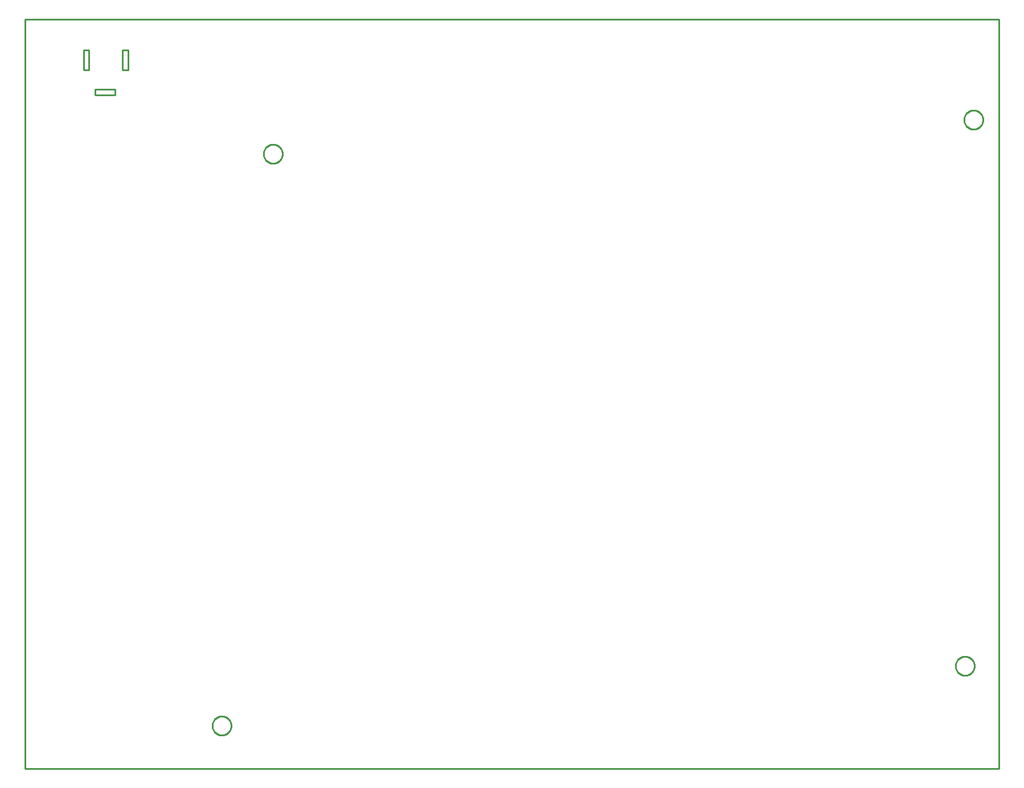
<source format=gbr>
G04 EAGLE Gerber RS-274X export*
G75*
%MOMM*%
%FSLAX34Y34*%
%LPD*%
%IN*%
%IPPOS*%
%AMOC8*
5,1,8,0,0,1.08239X$1,22.5*%
G01*
%ADD10C,0.254000*%


D10*
X0Y-114300D02*
X1447600Y-114300D01*
X1447600Y1000000D01*
X0Y1000000D01*
X0Y-114300D01*
X103700Y887800D02*
X133700Y887800D01*
X133700Y895800D01*
X103700Y895800D01*
X103700Y887800D01*
X86700Y924800D02*
X94700Y924800D01*
X94700Y954800D01*
X86700Y954800D01*
X86700Y924800D01*
X144700Y924800D02*
X152700Y924800D01*
X152700Y954800D01*
X144700Y954800D01*
X144700Y924800D01*
X1411000Y37600D02*
X1410929Y36603D01*
X1410786Y35613D01*
X1410574Y34636D01*
X1410292Y33676D01*
X1409943Y32739D01*
X1409527Y31829D01*
X1409048Y30952D01*
X1408507Y30110D01*
X1407908Y29310D01*
X1407253Y28554D01*
X1406546Y27847D01*
X1405790Y27192D01*
X1404990Y26593D01*
X1404148Y26052D01*
X1403271Y25573D01*
X1402361Y25157D01*
X1401424Y24808D01*
X1400465Y24526D01*
X1399487Y24314D01*
X1398498Y24171D01*
X1397500Y24100D01*
X1396500Y24100D01*
X1395503Y24171D01*
X1394513Y24314D01*
X1393536Y24526D01*
X1392576Y24808D01*
X1391639Y25157D01*
X1390729Y25573D01*
X1389852Y26052D01*
X1389010Y26593D01*
X1388210Y27192D01*
X1387454Y27847D01*
X1386747Y28554D01*
X1386092Y29310D01*
X1385493Y30110D01*
X1384952Y30952D01*
X1384473Y31829D01*
X1384057Y32739D01*
X1383708Y33676D01*
X1383426Y34636D01*
X1383214Y35613D01*
X1383071Y36603D01*
X1383000Y37600D01*
X1383000Y38600D01*
X1383071Y39598D01*
X1383214Y40587D01*
X1383426Y41565D01*
X1383708Y42524D01*
X1384057Y43461D01*
X1384473Y44371D01*
X1384952Y45248D01*
X1385493Y46090D01*
X1386092Y46890D01*
X1386747Y47646D01*
X1387454Y48353D01*
X1388210Y49008D01*
X1389010Y49607D01*
X1389852Y50148D01*
X1390729Y50627D01*
X1391639Y51043D01*
X1392576Y51392D01*
X1393536Y51674D01*
X1394513Y51886D01*
X1395503Y52029D01*
X1396500Y52100D01*
X1397500Y52100D01*
X1398498Y52029D01*
X1399487Y51886D01*
X1400465Y51674D01*
X1401424Y51392D01*
X1402361Y51043D01*
X1403271Y50627D01*
X1404148Y50148D01*
X1404990Y49607D01*
X1405790Y49008D01*
X1406546Y48353D01*
X1407253Y47646D01*
X1407908Y46890D01*
X1408507Y46090D01*
X1409048Y45248D01*
X1409527Y44371D01*
X1409943Y43461D01*
X1410292Y42524D01*
X1410574Y41565D01*
X1410786Y40587D01*
X1410929Y39598D01*
X1411000Y38600D01*
X1411000Y37600D01*
X306100Y-51300D02*
X306029Y-52298D01*
X305886Y-53287D01*
X305674Y-54265D01*
X305392Y-55224D01*
X305043Y-56161D01*
X304627Y-57071D01*
X304148Y-57948D01*
X303607Y-58790D01*
X303008Y-59590D01*
X302353Y-60346D01*
X301646Y-61053D01*
X300890Y-61708D01*
X300090Y-62307D01*
X299248Y-62848D01*
X298371Y-63327D01*
X297461Y-63743D01*
X296524Y-64092D01*
X295565Y-64374D01*
X294587Y-64586D01*
X293598Y-64729D01*
X292600Y-64800D01*
X291600Y-64800D01*
X290603Y-64729D01*
X289613Y-64586D01*
X288636Y-64374D01*
X287676Y-64092D01*
X286739Y-63743D01*
X285829Y-63327D01*
X284952Y-62848D01*
X284110Y-62307D01*
X283310Y-61708D01*
X282554Y-61053D01*
X281847Y-60346D01*
X281192Y-59590D01*
X280593Y-58790D01*
X280052Y-57948D01*
X279573Y-57071D01*
X279157Y-56161D01*
X278808Y-55224D01*
X278526Y-54265D01*
X278314Y-53287D01*
X278171Y-52298D01*
X278100Y-51300D01*
X278100Y-50300D01*
X278171Y-49303D01*
X278314Y-48313D01*
X278526Y-47336D01*
X278808Y-46376D01*
X279157Y-45439D01*
X279573Y-44529D01*
X280052Y-43652D01*
X280593Y-42810D01*
X281192Y-42010D01*
X281847Y-41254D01*
X282554Y-40547D01*
X283310Y-39892D01*
X284110Y-39293D01*
X284952Y-38752D01*
X285829Y-38273D01*
X286739Y-37857D01*
X287676Y-37508D01*
X288636Y-37226D01*
X289613Y-37014D01*
X290603Y-36871D01*
X291600Y-36800D01*
X292600Y-36800D01*
X293598Y-36871D01*
X294587Y-37014D01*
X295565Y-37226D01*
X296524Y-37508D01*
X297461Y-37857D01*
X298371Y-38273D01*
X299248Y-38752D01*
X300090Y-39293D01*
X300890Y-39892D01*
X301646Y-40547D01*
X302353Y-41254D01*
X303008Y-42010D01*
X303607Y-42810D01*
X304148Y-43652D01*
X304627Y-44529D01*
X305043Y-45439D01*
X305392Y-46376D01*
X305674Y-47336D01*
X305886Y-48313D01*
X306029Y-49303D01*
X306100Y-50300D01*
X306100Y-51300D01*
X382300Y799600D02*
X382229Y798603D01*
X382086Y797613D01*
X381874Y796636D01*
X381592Y795676D01*
X381243Y794739D01*
X380827Y793829D01*
X380348Y792952D01*
X379807Y792110D01*
X379208Y791310D01*
X378553Y790554D01*
X377846Y789847D01*
X377090Y789192D01*
X376290Y788593D01*
X375448Y788052D01*
X374571Y787573D01*
X373661Y787157D01*
X372724Y786808D01*
X371765Y786526D01*
X370787Y786314D01*
X369798Y786171D01*
X368800Y786100D01*
X367800Y786100D01*
X366803Y786171D01*
X365813Y786314D01*
X364836Y786526D01*
X363876Y786808D01*
X362939Y787157D01*
X362029Y787573D01*
X361152Y788052D01*
X360310Y788593D01*
X359510Y789192D01*
X358754Y789847D01*
X358047Y790554D01*
X357392Y791310D01*
X356793Y792110D01*
X356252Y792952D01*
X355773Y793829D01*
X355357Y794739D01*
X355008Y795676D01*
X354726Y796636D01*
X354514Y797613D01*
X354371Y798603D01*
X354300Y799600D01*
X354300Y800600D01*
X354371Y801598D01*
X354514Y802587D01*
X354726Y803565D01*
X355008Y804524D01*
X355357Y805461D01*
X355773Y806371D01*
X356252Y807248D01*
X356793Y808090D01*
X357392Y808890D01*
X358047Y809646D01*
X358754Y810353D01*
X359510Y811008D01*
X360310Y811607D01*
X361152Y812148D01*
X362029Y812627D01*
X362939Y813043D01*
X363876Y813392D01*
X364836Y813674D01*
X365813Y813886D01*
X366803Y814029D01*
X367800Y814100D01*
X368800Y814100D01*
X369798Y814029D01*
X370787Y813886D01*
X371765Y813674D01*
X372724Y813392D01*
X373661Y813043D01*
X374571Y812627D01*
X375448Y812148D01*
X376290Y811607D01*
X377090Y811008D01*
X377846Y810353D01*
X378553Y809646D01*
X379208Y808890D01*
X379807Y808090D01*
X380348Y807248D01*
X380827Y806371D01*
X381243Y805461D01*
X381592Y804524D01*
X381874Y803565D01*
X382086Y802587D01*
X382229Y801598D01*
X382300Y800600D01*
X382300Y799600D01*
X1423700Y850400D02*
X1423629Y849403D01*
X1423486Y848413D01*
X1423274Y847436D01*
X1422992Y846476D01*
X1422643Y845539D01*
X1422227Y844629D01*
X1421748Y843752D01*
X1421207Y842910D01*
X1420608Y842110D01*
X1419953Y841354D01*
X1419246Y840647D01*
X1418490Y839992D01*
X1417690Y839393D01*
X1416848Y838852D01*
X1415971Y838373D01*
X1415061Y837957D01*
X1414124Y837608D01*
X1413165Y837326D01*
X1412187Y837114D01*
X1411198Y836971D01*
X1410200Y836900D01*
X1409200Y836900D01*
X1408203Y836971D01*
X1407213Y837114D01*
X1406236Y837326D01*
X1405276Y837608D01*
X1404339Y837957D01*
X1403429Y838373D01*
X1402552Y838852D01*
X1401710Y839393D01*
X1400910Y839992D01*
X1400154Y840647D01*
X1399447Y841354D01*
X1398792Y842110D01*
X1398193Y842910D01*
X1397652Y843752D01*
X1397173Y844629D01*
X1396757Y845539D01*
X1396408Y846476D01*
X1396126Y847436D01*
X1395914Y848413D01*
X1395771Y849403D01*
X1395700Y850400D01*
X1395700Y851400D01*
X1395771Y852398D01*
X1395914Y853387D01*
X1396126Y854365D01*
X1396408Y855324D01*
X1396757Y856261D01*
X1397173Y857171D01*
X1397652Y858048D01*
X1398193Y858890D01*
X1398792Y859690D01*
X1399447Y860446D01*
X1400154Y861153D01*
X1400910Y861808D01*
X1401710Y862407D01*
X1402552Y862948D01*
X1403429Y863427D01*
X1404339Y863843D01*
X1405276Y864192D01*
X1406236Y864474D01*
X1407213Y864686D01*
X1408203Y864829D01*
X1409200Y864900D01*
X1410200Y864900D01*
X1411198Y864829D01*
X1412187Y864686D01*
X1413165Y864474D01*
X1414124Y864192D01*
X1415061Y863843D01*
X1415971Y863427D01*
X1416848Y862948D01*
X1417690Y862407D01*
X1418490Y861808D01*
X1419246Y861153D01*
X1419953Y860446D01*
X1420608Y859690D01*
X1421207Y858890D01*
X1421748Y858048D01*
X1422227Y857171D01*
X1422643Y856261D01*
X1422992Y855324D01*
X1423274Y854365D01*
X1423486Y853387D01*
X1423629Y852398D01*
X1423700Y851400D01*
X1423700Y850400D01*
M02*

</source>
